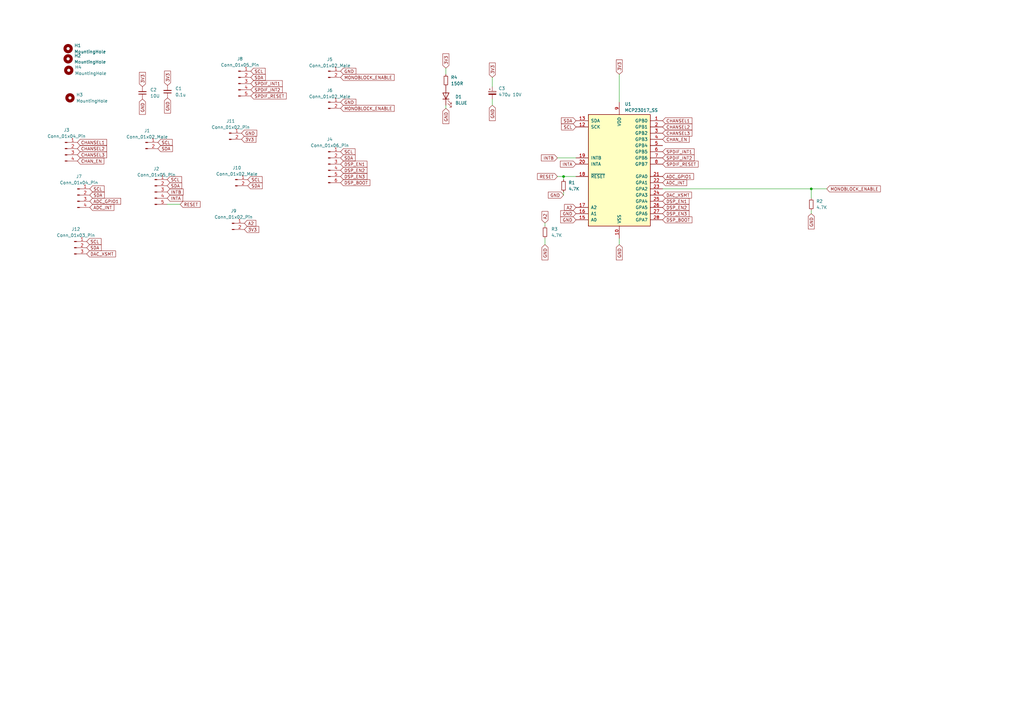
<source format=kicad_sch>
(kicad_sch (version 20231120) (generator "eeschema") (generator_version "8.0")
  (paper "A3")
  (lib_symbols
    (symbol "Connector:Conn_01x02_Male" (pin_names (offset 1.016) hide)
      (property "Reference" "J" (at 0 2.54 0))
      (property "Value" "Conn_01x02_Male" (at 0 -5.08 0))
      (symbol "Conn_01x02_Male_1_1"
        (polyline (pts (xy 1.27 -2.54) (xy 0.8636 -2.54)) (stroke (width 0.1524)))
        (polyline (pts (xy 1.27 0) (xy 0.8636 0)) (stroke (width 0.1524)))
        (rectangle (start 0.8636 -2.413) (end 0 -2.667) (stroke (width 0.1524)) (fill (type outline)))
        (rectangle (start 0.8636 0.127) (end 0 -0.127) (stroke (width 0.1524)) (fill (type outline)))
        (pin passive line (at 5.08 0 180) (length 3.81) (name "Pin_1") (number "1"))
        (pin passive line (at 5.08 -2.54 180) (length 3.81) (name "Pin_2") (number "2"))
      )
    )
    (symbol "Connector:Conn_01x02_Pin" (pin_names (offset 1.016) hide)
      (property "Reference" "J" (at 0 2.54 0))
      (property "Value" "Conn_01x02_Pin" (at 0 -5.08 0))
      (symbol "Conn_01x02_Pin_1_1"
        (polyline (pts (xy 1.27 -2.54) (xy 0.8636 -2.54)) (stroke (width 0.1524)))
        (polyline (pts (xy 1.27 0) (xy 0.8636 0)) (stroke (width 0.1524)))
        (rectangle (start 0.8636 -2.413) (end 0 -2.667) (stroke (width 0.1524)) (fill (type outline)))
        (rectangle (start 0.8636 0.127) (end 0 -0.127) (stroke (width 0.1524)) (fill (type outline)))
        (pin passive line (at 5.08 0 180) (length 3.81) (name "Pin_1") (number "1"))
        (pin passive line (at 5.08 -2.54 180) (length 3.81) (name "Pin_2") (number "2"))
      )
    )
    (symbol "Connector:Conn_01x03_Pin" (pin_names (offset 1.016) hide)
      (property "Reference" "J" (at 0 5.08 0))
      (property "Value" "Conn_01x03_Pin" (at 0 -5.08 0))
      (symbol "Conn_01x03_Pin_1_1"
        (polyline (pts (xy 1.27 -2.54) (xy 0.8636 -2.54)) (stroke (width 0.1524)))
        (polyline (pts (xy 1.27 0) (xy 0.8636 0)) (stroke (width 0.1524)))
        (polyline (pts (xy 1.27 2.54) (xy 0.8636 2.54)) (stroke (width 0.1524)))
        (rectangle (start 0.8636 -2.413) (end 0 -2.667) (stroke (width 0.1524)) (fill (type outline)))
        (rectangle (start 0.8636 0.127) (end 0 -0.127) (stroke (width 0.1524)) (fill (type outline)))
        (rectangle (start 0.8636 2.667) (end 0 2.413) (stroke (width 0.1524)) (fill (type outline)))
        (pin passive line (at 5.08 2.54 180) (length 3.81) (name "Pin_1") (number "1"))
        (pin passive line (at 5.08 0 180) (length 3.81) (name "Pin_2") (number "2"))
        (pin passive line (at 5.08 -2.54 180) (length 3.81) (name "Pin_3") (number "3"))
      )
    )
    (symbol "Connector:Conn_01x04_Pin" (pin_names (offset 1.016) hide)
      (property "Reference" "J" (at 0 5.08 0))
      (property "Value" "Conn_01x04_Pin" (at 0 -7.62 0))
      (symbol "Conn_01x04_Pin_1_1"
        (polyline (pts (xy 1.27 -5.08) (xy 0.8636 -5.08)) (stroke (width 0.1524)))
        (polyline (pts (xy 1.27 -2.54) (xy 0.8636 -2.54)) (stroke (width 0.1524)))
        (polyline (pts (xy 1.27 0) (xy 0.8636 0)) (stroke (width 0.1524)))
        (polyline (pts (xy 1.27 2.54) (xy 0.8636 2.54)) (stroke (width 0.1524)))
        (rectangle (start 0.8636 -4.953) (end 0 -5.207) (stroke (width 0.1524)) (fill (type outline)))
        (rectangle (start 0.8636 -2.413) (end 0 -2.667) (stroke (width 0.1524)) (fill (type outline)))
        (rectangle (start 0.8636 0.127) (end 0 -0.127) (stroke (width 0.1524)) (fill (type outline)))
        (rectangle (start 0.8636 2.667) (end 0 2.413) (stroke (width 0.1524)) (fill (type outline)))
        (pin passive line (at 5.08 2.54 180) (length 3.81) (name "Pin_1") (number "1"))
        (pin passive line (at 5.08 0 180) (length 3.81) (name "Pin_2") (number "2"))
        (pin passive line (at 5.08 -2.54 180) (length 3.81) (name "Pin_3") (number "3"))
        (pin passive line (at 5.08 -5.08 180) (length 3.81) (name "Pin_4") (number "4"))
      )
    )
    (symbol "Connector:Conn_01x05_Pin" (pin_names (offset 1.016) hide)
      (property "Reference" "J" (at 0 7.62 0))
      (property "Value" "Conn_01x05_Pin" (at 0 -7.62 0))
      (symbol "Conn_01x05_Pin_1_1"
        (polyline (pts (xy 1.27 -5.08) (xy 0.8636 -5.08)) (stroke (width 0.1524)))
        (polyline (pts (xy 1.27 -2.54) (xy 0.8636 -2.54)) (stroke (width 0.1524)))
        (polyline (pts (xy 1.27 0) (xy 0.8636 0)) (stroke (width 0.1524)))
        (polyline (pts (xy 1.27 2.54) (xy 0.8636 2.54)) (stroke (width 0.1524)))
        (polyline (pts (xy 1.27 5.08) (xy 0.8636 5.08)) (stroke (width 0.1524)))
        (rectangle (start 0.8636 -4.953) (end 0 -5.207) (stroke (width 0.1524)) (fill (type outline)))
        (rectangle (start 0.8636 -2.413) (end 0 -2.667) (stroke (width 0.1524)) (fill (type outline)))
        (rectangle (start 0.8636 0.127) (end 0 -0.127) (stroke (width 0.1524)) (fill (type outline)))
        (rectangle (start 0.8636 2.667) (end 0 2.413) (stroke (width 0.1524)) (fill (type outline)))
        (rectangle (start 0.8636 5.207) (end 0 4.953) (stroke (width 0.1524)) (fill (type outline)))
        (pin passive line (at 5.08 5.08 180) (length 3.81) (name "Pin_1") (number "1"))
        (pin passive line (at 5.08 2.54 180) (length 3.81) (name "Pin_2") (number "2"))
        (pin passive line (at 5.08 0 180) (length 3.81) (name "Pin_3") (number "3"))
        (pin passive line (at 5.08 -2.54 180) (length 3.81) (name "Pin_4") (number "4"))
        (pin passive line (at 5.08 -5.08 180) (length 3.81) (name "Pin_5") (number "5"))
      )
    )
    (symbol "Connector:Conn_01x06_Pin" (pin_names (offset 1.016) hide)
      (property "Reference" "J" (at 0 7.62 0))
      (property "Value" "Conn_01x06_Pin" (at 0 -10.16 0))
      (symbol "Conn_01x06_Pin_1_1"
        (polyline (pts (xy 1.27 -7.62) (xy 0.8636 -7.62)) (stroke (width 0.1524)))
        (polyline (pts (xy 1.27 -5.08) (xy 0.8636 -5.08)) (stroke (width 0.1524)))
        (polyline (pts (xy 1.27 -2.54) (xy 0.8636 -2.54)) (stroke (width 0.1524)))
        (polyline (pts (xy 1.27 0) (xy 0.8636 0)) (stroke (width 0.1524)))
        (polyline (pts (xy 1.27 2.54) (xy 0.8636 2.54)) (stroke (width 0.1524)))
        (polyline (pts (xy 1.27 5.08) (xy 0.8636 5.08)) (stroke (width 0.1524)))
        (rectangle (start 0.8636 -7.493) (end 0 -7.747) (stroke (width 0.1524)) (fill (type outline)))
        (rectangle (start 0.8636 -4.953) (end 0 -5.207) (stroke (width 0.1524)) (fill (type outline)))
        (rectangle (start 0.8636 -2.413) (end 0 -2.667) (stroke (width 0.1524)) (fill (type outline)))
        (rectangle (start 0.8636 0.127) (end 0 -0.127) (stroke (width 0.1524)) (fill (type outline)))
        (rectangle (start 0.8636 2.667) (end 0 2.413) (stroke (width 0.1524)) (fill (type outline)))
        (rectangle (start 0.8636 5.207) (end 0 4.953) (stroke (width 0.1524)) (fill (type outline)))
        (pin passive line (at 5.08 5.08 180) (length 3.81) (name "Pin_1") (number "1"))
        (pin passive line (at 5.08 2.54 180) (length 3.81) (name "Pin_2") (number "2"))
        (pin passive line (at 5.08 0 180) (length 3.81) (name "Pin_3") (number "3"))
        (pin passive line (at 5.08 -2.54 180) (length 3.81) (name "Pin_4") (number "4"))
        (pin passive line (at 5.08 -5.08 180) (length 3.81) (name "Pin_5") (number "5"))
        (pin passive line (at 5.08 -7.62 180) (length 3.81) (name "Pin_6") (number "6"))
      )
    )
    (symbol "Device:C_Polarized_Small" (pin_numbers hide) (pin_names (offset 0.254) hide)
      (property "Reference" "C" (at 0.254 1.778 0))
      (property "Value" "C_Polarized_Small" (at 0.254 -2.032 0))
      (symbol "C_Polarized_Small_0_1"
        (rectangle (start -1.524 -0.3048) (end 1.524 -0.6858) (fill (type outline)))
        (rectangle (start -1.524 0.6858) (end 1.524 0.3048))
        (polyline (pts (xy -1.27 1.524) (xy -0.762 1.524)))
        (polyline (pts (xy -1.016 1.27) (xy -1.016 1.778)))
      )
      (symbol "C_Polarized_Small_1_1"
        (pin passive line (at 0 2.54 270) (length 1.8542) (name "~") (number "1"))
        (pin passive line (at 0 -2.54 90) (length 1.8542) (name "~") (number "2"))
      )
    )
    (symbol "Device:C_Small" (pin_numbers hide) (pin_names (offset 0.254) hide)
      (property "Reference" "C" (at 0.254 1.778 0))
      (property "Value" "C_Small" (at 0.254 -2.032 0))
      (symbol "C_Small_0_1"
        (polyline (pts (xy -1.524 -0.508) (xy 1.524 -0.508)) (stroke (width 0.3302)))
        (polyline (pts (xy -1.524 0.508) (xy 1.524 0.508)) (stroke (width 0.3048)))
      )
      (symbol "C_Small_1_1"
        (pin passive line (at 0 2.54 270) (length 2.032) (name "~") (number "1"))
        (pin passive line (at 0 -2.54 90) (length 2.032) (name "~") (number "2"))
      )
    )
    (symbol "Device:LED" (pin_numbers hide) (pin_names (offset 1.016) hide)
      (property "Reference" "D" (at 0 2.54 0))
      (property "Value" "LED" (at 0 -2.54 0))
      (symbol "LED_0_1"
        (polyline (pts (xy -1.27 -1.27) (xy -1.27 1.27)) (stroke (width 0.254)))
        (polyline (pts (xy -1.27 0) (xy 1.27 0)))
        (polyline (pts (xy 1.27 -1.27) (xy 1.27 1.27) (xy -1.27 0) (xy 1.27 -1.27)) (stroke (width 0.254)))
        (polyline (pts (xy -3.048 -0.762) (xy -4.572 -2.286) (xy -3.81 -2.286) (xy -4.572 -2.286) (xy -4.572 -1.524)))
        (polyline (pts (xy -1.778 -0.762) (xy -3.302 -2.286) (xy -2.54 -2.286) (xy -3.302 -2.286) (xy -3.302 -1.524)))
      )
      (symbol "LED_1_1"
        (pin passive line (at -3.81 0 0) (length 2.54) (name "K") (number "1"))
        (pin passive line (at 3.81 0 180) (length 2.54) (name "A") (number "2"))
      )
    )
    (symbol "Device:R_Small" (pin_numbers hide) (pin_names (offset 0.254) hide)
      (property "Reference" "R" (at 0.762 0.508 0))
      (property "Value" "R_Small" (at 0.762 -1.016 0))
      (symbol "R_Small_0_1"
        (rectangle (start -0.762 1.778) (end 0.762 -1.778) (stroke (width 0.2032)))
      )
      (symbol "R_Small_1_1"
        (pin passive line (at 0 2.54 270) (length 0.762) (name "~") (number "1"))
        (pin passive line (at 0 -2.54 90) (length 0.762) (name "~") (number "2"))
      )
    )
    (symbol "Interface_Expansion:MCP23017_SS" (pin_names (offset 1.016))
      (property "Reference" "U" (at -11.43 24.13 0))
      (property "Value" "MCP23017_SS" (at 0 0 0))
      (symbol "MCP23017_SS_0_1"
        (rectangle (start -12.7 22.86) (end 12.7 -22.86) (stroke (width 0.254)) (fill (type background)))
      )
      (symbol "MCP23017_SS_1_1"
        (pin bidirectional line (at 17.78 20.32 180) (length 5.08) (name "GPB0") (number "1"))
        (pin power_in line (at 0 -27.94 90) (length 5.08) (name "VSS") (number "10"))
        (pin no_connect line (at -12.7 15.24 0) (length 5.08) hide (name "NC") (number "11"))
        (pin input line (at -17.78 17.78 0) (length 5.08) (name "SCK") (number "12"))
        (pin bidirectional line (at -17.78 20.32 0) (length 5.08) (name "SDA") (number "13"))
        (pin no_connect line (at -12.7 12.7 0) (length 5.08) hide (name "NC") (number "14"))
        (pin input line (at -17.78 -20.32 0) (length 5.08) (name "A0") (number "15"))
        (pin input line (at -17.78 -17.78 0) (length 5.08) (name "A1") (number "16"))
        (pin input line (at -17.78 -15.24 0) (length 5.08) (name "A2") (number "17"))
        (pin input line (at -17.78 -2.54 0) (length 5.08) (name "~{RESET}") (number "18"))
        (pin tri_state line (at -17.78 5.08 0) (length 5.08) (name "INTB") (number "19"))
        (pin bidirectional line (at 17.78 17.78 180) (length 5.08) (name "GPB1") (number "2"))
        (pin tri_state line (at -17.78 2.54 0) (length 5.08) (name "INTA") (number "20"))
        (pin bidirectional line (at 17.78 -2.54 180) (length 5.08) (name "GPA0") (number "21"))
        (pin bidirectional line (at 17.78 -5.08 180) (length 5.08) (name "GPA1") (number "22"))
        (pin bidirectional line (at 17.78 -7.62 180) (length 5.08) (name "GPA2") (number "23"))
        (pin bidirectional line (at 17.78 -10.16 180) (length 5.08) (name "GPA3") (number "24"))
        (pin bidirectional line (at 17.78 -12.7 180) (length 5.08) (name "GPA4") (number "25"))
        (pin bidirectional line (at 17.78 -15.24 180) (length 5.08) (name "GPA5") (number "26"))
        (pin bidirectional line (at 17.78 -17.78 180) (length 5.08) (name "GPA6") (number "27"))
        (pin bidirectional line (at 17.78 -20.32 180) (length 5.08) (name "GPA7") (number "28"))
        (pin bidirectional line (at 17.78 15.24 180) (length 5.08) (name "GPB2") (number "3"))
        (pin bidirectional line (at 17.78 12.7 180) (length 5.08) (name "GPB3") (number "4"))
        (pin bidirectional line (at 17.78 10.16 180) (length 5.08) (name "GPB4") (number "5"))
        (pin bidirectional line (at 17.78 7.62 180) (length 5.08) (name "GPB5") (number "6"))
        (pin bidirectional line (at 17.78 5.08 180) (length 5.08) (name "GPB6") (number "7"))
        (pin bidirectional line (at 17.78 2.54 180) (length 5.08) (name "GPB7") (number "8"))
        (pin power_in line (at 0 27.94 270) (length 5.08) (name "VDD") (number "9"))
      )
    )
    (symbol "Mechanical:MountingHole" (pin_names (offset 1.016))
      (property "Reference" "H" (at 0 5.08 0))
      (property "Value" "MountingHole" (at 0 3.175 0))
      (symbol "MountingHole_0_1"
        (circle (center 0 0) (radius 1.27) (stroke (width 1.27)))
      )
    )
  )
  (junction (at 231.14 72.39))
  (junction (at 332.74 77.47))
  (wire (pts (xy 254 100.33) (xy 254 97.79)))
  (wire (pts (xy 223.52 97.79) (xy 223.52 100.33)))
  (wire (pts (xy 271.78 77.47) (xy 332.74 77.47)))
  (wire (pts (xy 68.58 83.82) (xy 73.914 83.82)))
  (wire (pts (xy 201.93 43.18) (xy 201.93 40.64)))
  (wire (pts (xy 231.14 72.39) (xy 236.22 72.39)))
  (wire (pts (xy 231.14 80.01) (xy 231.14 78.74)))
  (wire (pts (xy 182.88 44.45) (xy 182.88 43.18)))
  (wire (pts (xy 332.74 81.28) (xy 332.74 77.47)))
  (wire (pts (xy 223.52 91.44) (xy 223.52 92.71)))
  (wire (pts (xy 231.14 73.66) (xy 231.14 72.39)))
  (wire (pts (xy 339.09 77.47) (xy 332.74 77.47)))
  (wire (pts (xy 201.93 31.75) (xy 201.93 35.56)))
  (wire (pts (xy 228.6 64.77) (xy 236.22 64.77)))
  (wire (pts (xy 228.6 72.39) (xy 231.14 72.39)))
  (wire (pts (xy 254 30.48) (xy 254 41.91)))
  (wire (pts (xy 332.74 87.63) (xy 332.74 86.36)))
  (wire (pts (xy 182.88 27.94) (xy 182.88 30.48)))
  (global_label "GND" (shape input) (at 58.42 40.64 270) (property "Intersheetrefs" "${INTERSHEET_REFS}" (effects (hide yes))))
  (global_label "3V3" (shape input) (at 182.88 27.94 90) (property "Intersheetrefs" "${INTERSHEET_REFS}" (effects (hide yes))))
  (global_label "RESET" (shape input) (at 73.914 83.82 0) (property "Intersheetrefs" "${INTERSHEET_REFS}" (effects (hide yes))))
  (global_label "SPDIF_RESET" (shape input) (at 102.87 39.37 0) (property "Intersheetrefs" "${INTERSHEET_REFS}" (effects (hide yes))))
  (global_label "GND" (shape input) (at 139.7 41.91 0) (property "Intersheetrefs" "${INTERSHEET_REFS}" (effects (hide yes))))
  (global_label "DSP_EN2" (shape input) (at 139.7 69.85 0) (property "Intersheetrefs" "${INTERSHEET_REFS}" (effects (hide yes))))
  (global_label "SCL" (shape input) (at 102.87 29.21 0) (property "Intersheetrefs" "${INTERSHEET_REFS}" (effects (hide yes))))
  (global_label "GND" (shape input) (at 236.22 90.17 180) (property "Intersheetrefs" "${INTERSHEET_REFS}" (effects (hide yes))))
  (global_label "DSP_EN3" (shape input) (at 139.7 72.39 0) (property "Intersheetrefs" "${INTERSHEET_REFS}" (effects (hide yes))))
  (global_label "DSP_EN1" (shape input) (at 139.7 67.31 0) (property "Intersheetrefs" "${INTERSHEET_REFS}" (effects (hide yes))))
  (global_label "MONOBLOCK_ENABLE" (shape input) (at 139.7 31.75 0) (property "Intersheetrefs" "${INTERSHEET_REFS}" (effects (hide yes))))
  (global_label "SDA" (shape input) (at 35.56 101.6 0) (property "Intersheetrefs" "${INTERSHEET_REFS}" (effects (hide yes))))
  (global_label "ADC_GPIO1" (shape input) (at 36.83 82.55 0) (property "Intersheetrefs" "${INTERSHEET_REFS}" (effects (hide yes))))
  (global_label "A2" (shape input) (at 236.22 85.09 180) (property "Intersheetrefs" "${INTERSHEET_REFS}" (effects (hide yes))))
  (global_label "CHANSEL1" (shape input) (at 31.75 58.42 0) (property "Intersheetrefs" "${INTERSHEET_REFS}" (effects (hide yes))))
  (global_label "GND" (shape input) (at 231.14 80.01 180) (property "Intersheetrefs" "${INTERSHEET_REFS}" (effects (hide yes))))
  (global_label "CHANSEL2" (shape input) (at 31.75 60.96 0) (property "Intersheetrefs" "${INTERSHEET_REFS}" (effects (hide yes))))
  (global_label "MONOBLOCK_ENABLE" (shape input) (at 339.09 77.47 0) (property "Intersheetrefs" "${INTERSHEET_REFS}" (effects (hide yes))))
  (global_label "SDA" (shape input) (at 102.87 31.75 0) (property "Intersheetrefs" "${INTERSHEET_REFS}" (effects (hide yes))))
  (global_label "GND" (shape input) (at 99.06 54.61 0) (property "Intersheetrefs" "${INTERSHEET_REFS}" (effects (hide yes))))
  (global_label "SCL" (shape input) (at 64.77 58.42 0) (property "Intersheetrefs" "${INTERSHEET_REFS}" (effects (hide yes))))
  (global_label "GND" (shape input) (at 201.93 43.18 270) (property "Intersheetrefs" "${INTERSHEET_REFS}" (effects (hide yes))))
  (global_label "GND" (shape input) (at 254 100.33 270) (property "Intersheetrefs" "${INTERSHEET_REFS}" (effects (hide yes))))
  (global_label "SPDIF_INT2" (shape input) (at 271.78 64.77 0) (property "Intersheetrefs" "${INTERSHEET_REFS}" (effects (hide yes))))
  (global_label "GND" (shape input) (at 332.74 87.63 270) (property "Intersheetrefs" "${INTERSHEET_REFS}" (effects (hide yes))))
  (global_label "SCL" (shape input) (at 139.7 62.23 0) (property "Intersheetrefs" "${INTERSHEET_REFS}" (effects (hide yes))))
  (global_label "DSP_EN2" (shape input) (at 271.78 85.09 0) (property "Intersheetrefs" "${INTERSHEET_REFS}" (effects (hide yes))))
  (global_label "INTA" (shape input) (at 236.22 67.31 180) (property "Intersheetrefs" "${INTERSHEET_REFS}" (effects (hide yes))))
  (global_label "GND" (shape input) (at 223.52 100.33 270) (property "Intersheetrefs" "${INTERSHEET_REFS}" (effects (hide yes))))
  (global_label "SDA" (shape input) (at 236.22 49.53 180) (property "Intersheetrefs" "${INTERSHEET_REFS}" (effects (hide yes))))
  (global_label "3V3" (shape input) (at 254 30.48 90) (property "Intersheetrefs" "${INTERSHEET_REFS}" (effects (hide yes))))
  (global_label "CHANSEL2" (shape input) (at 271.78 52.07 0) (property "Intersheetrefs" "${INTERSHEET_REFS}" (effects (hide yes))))
  (global_label "SPDIF_INT1" (shape input) (at 102.87 34.29 0) (property "Intersheetrefs" "${INTERSHEET_REFS}" (effects (hide yes))))
  (global_label "ADC_GPIO1" (shape input) (at 271.78 72.39 0) (property "Intersheetrefs" "${INTERSHEET_REFS}" (effects (hide yes))))
  (global_label "GND" (shape input) (at 139.7 29.21 0) (property "Intersheetrefs" "${INTERSHEET_REFS}" (effects (hide yes))))
  (global_label "MONOBLOCK_ENABLE" (shape input) (at 139.7 44.45 0) (property "Intersheetrefs" "${INTERSHEET_REFS}" (effects (hide yes))))
  (global_label "ADC_INT" (shape input) (at 36.83 85.09 0) (property "Intersheetrefs" "${INTERSHEET_REFS}" (effects (hide yes))))
  (global_label "SDA" (shape input) (at 139.7 64.77 0) (property "Intersheetrefs" "${INTERSHEET_REFS}" (effects (hide yes))))
  (global_label "SDA" (shape input) (at 101.6 76.2 0) (property "Intersheetrefs" "${INTERSHEET_REFS}" (effects (hide yes))))
  (global_label "DAC_XSMT" (shape input) (at 35.56 104.14 0) (property "Intersheetrefs" "${INTERSHEET_REFS}" (effects (hide yes))))
  (global_label "3V3" (shape input) (at 58.42 35.56 90) (property "Intersheetrefs" "${INTERSHEET_REFS}" (effects (hide yes))))
  (global_label "SCL" (shape input) (at 35.56 99.06 0) (property "Intersheetrefs" "${INTERSHEET_REFS}" (effects (hide yes))))
  (global_label "SDA" (shape input) (at 68.58 76.2 0) (property "Intersheetrefs" "${INTERSHEET_REFS}" (effects (hide yes))))
  (global_label "SPDIF_RESET" (shape input) (at 271.78 67.31 0) (property "Intersheetrefs" "${INTERSHEET_REFS}" (effects (hide yes))))
  (global_label "SCL" (shape input) (at 236.22 52.07 180) (property "Intersheetrefs" "${INTERSHEET_REFS}" (effects (hide yes))))
  (global_label "SCL" (shape input) (at 101.6 73.66 0) (property "Intersheetrefs" "${INTERSHEET_REFS}" (effects (hide yes))))
  (global_label "3V3" (shape input) (at 99.06 57.15 0) (property "Intersheetrefs" "${INTERSHEET_REFS}" (effects (hide yes))))
  (global_label "A2" (shape input) (at 223.52 91.44 90) (property "Intersheetrefs" "${INTERSHEET_REFS}" (effects (hide yes))))
  (global_label "SPDIF_INT2" (shape input) (at 102.87 36.83 0) (property "Intersheetrefs" "${INTERSHEET_REFS}" (effects (hide yes))))
  (global_label "DAC_XSMT" (shape input) (at 271.78 80.01 0) (property "Intersheetrefs" "${INTERSHEET_REFS}" (effects (hide yes))))
  (global_label "ADC_INT" (shape input) (at 271.78 74.93 0) (property "Intersheetrefs" "${INTERSHEET_REFS}" (effects (hide yes))))
  (global_label "GND" (shape input) (at 68.707 40.132 270) (property "Intersheetrefs" "${INTERSHEET_REFS}" (effects (hide yes))))
  (global_label "SDA" (shape input) (at 36.83 80.01 0) (property "Intersheetrefs" "${INTERSHEET_REFS}" (effects (hide yes))))
  (global_label "3V3" (shape input) (at 100.249 94.1215 0) (property "Intersheetrefs" "${INTERSHEET_REFS}" (effects (hide yes))))
  (global_label "DSP_BOOT" (shape input) (at 271.78 90.17 0) (property "Intersheetrefs" "${INTERSHEET_REFS}" (effects (hide yes))))
  (global_label "3V3" (shape input) (at 68.707 35.052 90) (property "Intersheetrefs" "${INTERSHEET_REFS}" (effects (hide yes))))
  (global_label "DSP_EN1" (shape input) (at 271.78 82.55 0) (property "Intersheetrefs" "${INTERSHEET_REFS}" (effects (hide yes))))
  (global_label "3V3" (shape input) (at 201.93 31.75 90) (property "Intersheetrefs" "${INTERSHEET_REFS}" (effects (hide yes))))
  (global_label "RESET" (shape input) (at 228.6 72.39 180) (property "Intersheetrefs" "${INTERSHEET_REFS}" (effects (hide yes))))
  (global_label "SDA" (shape input) (at 64.77 60.96 0) (property "Intersheetrefs" "${INTERSHEET_REFS}" (effects (hide yes))))
  (global_label "CHANSEL3" (shape input) (at 271.78 54.61 0) (property "Intersheetrefs" "${INTERSHEET_REFS}" (effects (hide yes))))
  (global_label "INTB" (shape input) (at 228.6 64.77 180) (property "Intersheetrefs" "${INTERSHEET_REFS}" (effects (hide yes))))
  (global_label "SCL" (shape input) (at 36.83 77.47 0) (property "Intersheetrefs" "${INTERSHEET_REFS}" (effects (hide yes))))
  (global_label "GND" (shape input) (at 182.88 44.45 270) (property "Intersheetrefs" "${INTERSHEET_REFS}" (effects (hide yes))))
  (global_label "CHANSEL3" (shape input) (at 31.75 63.5 0) (property "Intersheetrefs" "${INTERSHEET_REFS}" (effects (hide yes))))
  (global_label "CHANSEL1" (shape input) (at 271.78 49.53 0) (property "Intersheetrefs" "${INTERSHEET_REFS}" (effects (hide yes))))
  (global_label "A2" (shape input) (at 100.249 91.5815 0) (property "Intersheetrefs" "${INTERSHEET_REFS}" (effects (hide yes))))
  (global_label "DSP_BOOT" (shape input) (at 139.7 74.93 0) (property "Intersheetrefs" "${INTERSHEET_REFS}" (effects (hide yes))))
  (global_label "CHAN_EN" (shape input) (at 271.78 57.15 0) (property "Intersheetrefs" "${INTERSHEET_REFS}" (effects (hide yes))))
  (global_label "INTB" (shape input) (at 68.58 78.74 0) (property "Intersheetrefs" "${INTERSHEET_REFS}" (effects (hide yes))))
  (global_label "CHAN_EN" (shape input) (at 31.75 66.04 0) (property "Intersheetrefs" "${INTERSHEET_REFS}" (effects (hide yes))))
  (global_label "SCL" (shape input) (at 68.58 73.66 0) (property "Intersheetrefs" "${INTERSHEET_REFS}" (effects (hide yes))))
  (global_label "SPDIF_INT1" (shape input) (at 271.78 62.23 0) (property "Intersheetrefs" "${INTERSHEET_REFS}" (effects (hide yes))))
  (global_label "GND" (shape input) (at 236.22 87.63 180) (property "Intersheetrefs" "${INTERSHEET_REFS}" (effects (hide yes))))
  (global_label "DSP_EN3" (shape input) (at 271.78 87.63 0) (property "Intersheetrefs" "${INTERSHEET_REFS}" (effects (hide yes))))
  (global_label "INTA" (shape input) (at 68.58 81.28 0) (property "Intersheetrefs" "${INTERSHEET_REFS}" (effects (hide yes))))
  (symbol (lib_id "Mechanical:MountingHole") (at 28.194 28.829 0) (unit 1)
    (property "Reference" "H4" (at 30.734 27.5589 0) (effects (justify left)))
    (property "Value" "MountingHole" (at 30.734 30.0989 0) (effects (justify left)))
    (property "Footprint" "MountingHole:MountingHole_3.2mm_M3_DIN965_Pad_TopOnly" (effects (hide yes)))
  )
  (symbol (lib_id "Interface_Expansion:MCP23017_SS") (at 254 69.85 0) (unit 1)
    (property "Reference" "U1" (at 256.1941 42.672 0) (effects (justify left)))
    (property "Value" "MCP23017_SS" (at 256.1941 45.212 0) (effects (justify left)))
    (property "Footprint" "Package_SO:SSOP-28_5.3x10.2mm_P0.65mm" (effects (hide yes)))
    (property "Datasheet" "http://ww1.microchip.com/downloads/en/DeviceDoc/20001952C.pdf" (effects (hide yes)))
    (property "Mouser" " 579-MCP23017-E/SS " (effects (hide yes)))
  )
  (symbol (lib_id "Connector:Conn_01x05_Pin") (at 97.79 34.29 0) (unit 1)
    (property "Reference" "J8" (at 98.425 24.13 0))
    (property "Value" "Conn_01x05_Pin" (at 98.425 26.67 0))
    (property "Footprint" "Connector_JST:JST_PH_B5B-PH-K_1x05_P2.00mm_Vertical" (effects (hide yes)))
    (property "Description" "Generic connector, single row, 01x05, script generated" (effects (hide yes)))
  )
  (symbol (lib_id "Connector:Conn_01x03_Pin") (at 30.48 101.6 0) (unit 1)
    (property "Reference" "J12" (at 31.115 93.98 0))
    (property "Value" "Conn_01x03_Pin" (at 31.115 96.52 0))
    (property "Footprint" "Connector_JST:JST_PH_B3B-PH-K_1x03_P2.00mm_Vertical" (effects (hide yes)))
    (property "Description" "Generic connector, single row, 01x03, script generated" (effects (hide yes)))
  )
  (symbol (lib_id "Device:R_Small") (at 223.52 95.25 0) (unit 1)
    (property "Reference" "R3" (at 226.06 93.9799 0) (effects (justify left)))
    (property "Value" "4.7K" (at 226.06 96.5199 0) (effects (justify left)))
    (property "Footprint" "Resistor_SMD:R_0603_1608Metric_Pad0.98x0.95mm_HandSolder" (effects (hide yes)))
  )
  (symbol (lib_id "Connector:Conn_01x02_Male") (at 134.62 29.21 0) (unit 1)
    (property "Reference" "J5" (at 135.255 24.384 0))
    (property "Value" "Conn_01x02_Male" (at 135.255 26.924 0))
    (property "Footprint" "Connector_JST:JST_PH_B2B-PH-K_1x02_P2.00mm_Vertical" (effects (hide yes)))
  )
  (symbol (lib_id "Connector:Conn_01x04_Pin") (at 31.75 80.01 0) (unit 1)
    (property "Reference" "J7" (at 32.385 72.39 0))
    (property "Value" "Conn_01x04_Pin" (at 32.385 74.93 0))
    (property "Footprint" "Connector_JST:JST_PH_B4B-PH-K_1x04_P2.00mm_Vertical" (effects (hide yes)))
    (property "Description" "Generic connector, single row, 01x04, script generated" (effects (hide yes)))
  )
  (symbol (lib_id "Connector:Conn_01x04_Pin") (at 26.67 60.96 0) (unit 1)
    (property "Reference" "J3" (at 27.305 53.34 0))
    (property "Value" "Conn_01x04_Pin" (at 27.305 55.88 0))
    (property "Footprint" "Connector_JST:JST_PH_B4B-PH-K_1x04_P2.00mm_Vertical" (effects (hide yes)))
    (property "Description" "Generic connector, single row, 01x04, script generated" (effects (hide yes)))
  )
  (symbol (lib_id "Device:C_Small") (at 68.707 37.592 180) (unit 1)
    (property "Reference" "C1" (at 71.882 36.3156 0) (effects (justify right)))
    (property "Value" "0.1u" (at 71.882 38.8556 0) (effects (justify right)))
    (property "Footprint" "Capacitor_SMD:C_0805_2012Metric_Pad1.18x1.45mm_HandSolder" (effects (hide yes)))
  )
  (symbol (lib_id "Connector:Conn_01x02_Male") (at 59.69 58.42 0) (unit 1)
    (property "Reference" "J1" (at 60.325 53.594 0))
    (property "Value" "Conn_01x02_Male" (at 60.325 56.134 0))
    (property "Footprint" "Connector_JST:JST_PH_B2B-PH-K_1x02_P2.00mm_Vertical" (effects (hide yes)))
  )
  (symbol (lib_id "Connector:Conn_01x02_Pin") (at 95.169 91.5815 0) (unit 1)
    (property "Reference" "J9" (at 95.804 86.5015 0))
    (property "Value" "Conn_01x02_Pin" (at 95.804 89.0415 0))
    (property "Footprint" "Connector_PinHeader_2.54mm:PinHeader_1x02_P2.54mm_Vertical" (effects (hide yes)))
    (property "Description" "Generic connector, single row, 01x02, script generated" (effects (hide yes)))
  )
  (symbol (lib_id "Connector:Conn_01x05_Pin") (at 63.5 78.74 0) (unit 1)
    (property "Reference" "J2" (at 64.135 69.215 0))
    (property "Value" "Conn_01x05_Pin" (at 64.135 71.755 0))
    (property "Footprint" "Connector_JST:JST_PH_B5B-PH-K_1x05_P2.00mm_Vertical" (effects (hide yes)))
  )
  (symbol (lib_id "Device:R_Small") (at 332.74 83.82 180) (unit 1)
    (property "Reference" "R2" (at 334.772 82.55 0) (effects (justify right)))
    (property "Value" "4.7K" (at 334.772 85.09 0) (effects (justify right)))
    (property "Footprint" "Resistor_SMD:R_0603_1608Metric_Pad0.98x0.95mm_HandSolder" (effects (hide yes)))
  )
  (symbol (lib_id "Mechanical:MountingHole") (at 27.94 24.13 0) (unit 1)
    (property "Reference" "H2" (at 30.48 22.8599 0) (effects (justify left)))
    (property "Value" "MountingHole" (at 30.48 25.3999 0) (effects (justify left)))
    (property "Footprint" "MountingHole:MountingHole_3.2mm_M3_DIN965_Pad_TopOnly" (effects (hide yes)))
  )
  (symbol (lib_id "Mechanical:MountingHole") (at 27.94 19.939 0) (unit 1)
    (property "Reference" "H1" (at 30.48 18.6689 0) (effects (justify left)))
    (property "Value" "MountingHole" (at 30.48 21.2089 0) (effects (justify left)))
    (property "Footprint" "MountingHole:MountingHole_3.2mm_M3_DIN965_Pad_TopOnly" (effects (hide yes)))
  )
  (symbol (lib_id "Device:R_Small") (at 231.14 76.2 180) (unit 1)
    (property "Reference" "R1" (at 233.172 74.93 0) (effects (justify right)))
    (property "Value" "4.7K" (at 233.172 77.47 0) (effects (justify right)))
    (property "Footprint" "Resistor_SMD:R_0603_1608Metric_Pad0.98x0.95mm_HandSolder" (effects (hide yes)))
  )
  (symbol (lib_id "Device:R_Small") (at 182.88 33.02 180) (unit 1)
    (property "Reference" "R4" (at 184.912 31.75 0) (effects (justify right)))
    (property "Value" "150R" (at 184.912 34.29 0) (effects (justify right)))
    (property "Footprint" "Resistor_SMD:R_0603_1608Metric" (effects (hide yes)))
  )
  (symbol (lib_id "Device:LED") (at 182.88 39.37 90) (unit 1)
    (property "Reference" "D1" (at 186.69 39.6874 90) (effects (justify right)))
    (property "Value" "BLUE" (at 186.69 42.2274 90) (effects (justify right)))
    (property "Footprint" "LED_SMD:LED_0603_1608Metric" (effects (hide yes)))
    (property "Description" "Light emitting diode" (effects (hide yes)))
  )
  (symbol (lib_id "Connector:Conn_01x02_Pin") (at 93.98 54.61 0) (unit 1)
    (property "Reference" "J11" (at 94.615 49.657 0))
    (property "Value" "Conn_01x02_Pin" (at 94.615 52.197 0))
    (property "Footprint" "Connector_JST:JST_PH_B2B-PH-K_1x02_P2.00mm_Vertical" (effects (hide yes)))
  )
  (symbol (lib_id "Connector:Conn_01x06_Pin") (at 134.62 67.31 0) (unit 1)
    (property "Reference" "J4" (at 135.255 57.15 0))
    (property "Value" "Conn_01x06_Pin" (at 135.255 59.69 0))
    (property "Footprint" "Connector_JST:JST_PH_B6B-PH-K_1x06_P2.00mm_Vertical" (effects (hide yes)))
    (property "Description" "Generic connector, single row, 01x06, script generated" (effects (hide yes)))
  )
  (symbol (lib_id "Device:C_Polarized_Small") (at 201.93 38.1 0) (unit 1)
    (property "Reference" "C3" (at 204.47 36.2838 0) (effects (justify left)))
    (property "Value" "470u 10V" (at 204.47 38.8238 0) (effects (justify left)))
    (property "Footprint" "Capacitor_THT:CP_Radial_D6.3mm_P2.50mm" (effects (hide yes)))
    (property "Description" "Polarized capacitor, small symbol" (effects (hide yes)))
  )
  (symbol (lib_id "Connector:Conn_01x02_Male") (at 96.52 73.66 0) (unit 1)
    (property "Reference" "J10" (at 97.155 68.834 0))
    (property "Value" "Conn_01x02_Male" (at 97.155 71.374 0))
    (property "Footprint" "Connector_JST:JST_PH_B2B-PH-K_1x02_P2.00mm_Vertical" (effects (hide yes)))
  )
  (symbol (lib_id "Mechanical:MountingHole") (at 28.702 40.132 0) (unit 1)
    (property "Reference" "H3" (at 31.242 38.8619 0) (effects (justify left)))
    (property "Value" "MountingHole" (at 31.242 41.4019 0) (effects (justify left)))
    (property "Footprint" "MountingHole:MountingHole_3.2mm_M3_DIN965_Pad_TopOnly" (effects (hide yes)))
  )
  (symbol (lib_id "Device:C_Small") (at 58.42 38.1 180) (unit 1)
    (property "Reference" "C2" (at 61.595 36.8236 0) (effects (justify right)))
    (property "Value" "10U" (at 61.595 39.3636 0) (effects (justify right)))
    (property "Footprint" "Capacitor_SMD:C_1206_3216Metric_Pad1.33x1.80mm_HandSolder" (effects (hide yes)))
  )
  (symbol (lib_id "Connector:Conn_01x02_Male") (at 134.62 41.91 0) (unit 1)
    (property "Reference" "J6" (at 135.255 37.084 0))
    (property "Value" "Conn_01x02_Male" (at 135.255 39.624 0))
    (property "Footprint" "Connector_JST:JST_PH_B2B-PH-K_1x02_P2.00mm_Vertical" (effects (hide yes)))
  )
)
</source>
